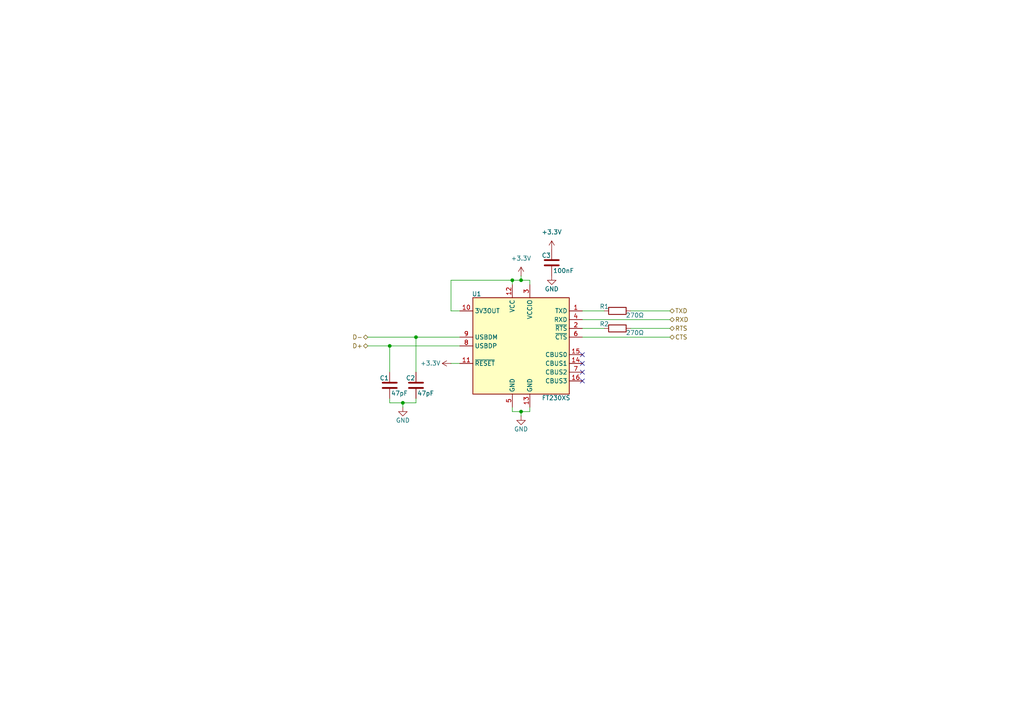
<source format=kicad_sch>
(kicad_sch (version 20231120) (generator "eeschema") (generator_version "8.0")
  (paper "A4")
  (lib_symbols
    (symbol "Device:C" (pin_numbers hide) (pin_names (offset 0.254))
      (property "Reference" "C" (at 0.635 2.54 0))
      (property "Value" "C" (at 0.635 -2.54 0))
      (symbol "C_0_1"
        (polyline (pts (xy -2.032 -0.762) (xy 2.032 -0.762)) (stroke (width 0.508)))
        (polyline (pts (xy -2.032 0.762) (xy 2.032 0.762)) (stroke (width 0.508)))
      )
      (symbol "C_1_1"
        (pin passive line (at 0 3.81 270) (length 2.794) (name "~") (number "1"))
        (pin passive line (at 0 -3.81 90) (length 2.794) (name "~") (number "2"))
      )
    )
    (symbol "Device:R" (pin_numbers hide) (pin_names (offset 0))
      (property "Reference" "R" (at 2.032 0 90))
      (property "Value" "R" (at 0 0 90))
      (symbol "R_0_1"
        (rectangle (start -1.016 -2.54) (end 1.016 2.54) (stroke (width 0.254)))
      )
      (symbol "R_1_1"
        (pin passive line (at 0 3.81 270) (length 1.27) (name "~") (number "1"))
        (pin passive line (at 0 -3.81 90) (length 1.27) (name "~") (number "2"))
      )
    )
    (symbol "Interface_USB:FT230XS"
      (property "Reference" "U" (at -13.97 15.24 0))
      (property "Value" "FT230XS" (at 7.62 15.24 0))
      (symbol "FT230XS_0_1"
        (rectangle (start -13.97 13.97) (end 13.97 -13.97) (stroke (width 0.254)) (fill (type background)))
      )
      (symbol "FT230XS_1_1"
        (pin output line (at 17.78 10.16 180) (length 3.81) (name "TXD") (number "1"))
        (pin power_out line (at -17.78 10.16 0) (length 3.81) (name "3V3OUT") (number "10"))
        (pin input line (at -17.78 -5.08 0) (length 3.81) (name "~{RESET}") (number "11"))
        (pin power_in line (at -2.54 17.78 270) (length 3.81) (name "VCC") (number "12"))
        (pin power_in line (at 2.54 -17.78 90) (length 3.81) (name "GND") (number "13"))
        (pin bidirectional line (at 17.78 -5.08 180) (length 3.81) (name "CBUS1") (number "14"))
        (pin bidirectional line (at 17.78 -2.54 180) (length 3.81) (name "CBUS0") (number "15"))
        (pin bidirectional line (at 17.78 -10.16 180) (length 3.81) (name "CBUS3") (number "16"))
        (pin output line (at 17.78 5.08 180) (length 3.81) (name "~{RTS}") (number "2"))
        (pin power_in line (at 2.54 17.78 270) (length 3.81) (name "VCCIO") (number "3"))
        (pin input line (at 17.78 7.62 180) (length 3.81) (name "RXD") (number "4"))
        (pin power_in line (at -2.54 -17.78 90) (length 3.81) (name "GND") (number "5"))
        (pin input line (at 17.78 2.54 180) (length 3.81) (name "~{CTS}") (number "6"))
        (pin bidirectional line (at 17.78 -7.62 180) (length 3.81) (name "CBUS2") (number "7"))
        (pin bidirectional line (at -17.78 0 0) (length 3.81) (name "USBDP") (number "8"))
        (pin bidirectional line (at -17.78 2.54 0) (length 3.81) (name "USBDM") (number "9"))
      )
    )
    (symbol "power:+3.3V" (power) (pin_numbers hide) (pin_names (offset 0) hide)
      (property "Value" "+3.3V" (at 0 3.556 0))
      (symbol "+3.3V_0_1"
        (polyline (pts (xy -0.762 1.27) (xy 0 2.54)))
        (polyline (pts (xy 0 0) (xy 0 2.54)))
        (polyline (pts (xy 0 2.54) (xy 0.762 1.27)))
      )
      (symbol "+3.3V_1_1"
        (pin power_in line (at 0 0 90) (length 0) (name "~") (number "1"))
      )
    )
    (symbol "power:GND" (power) (pin_numbers hide) (pin_names (offset 0) hide)
      (property "Value" "GND" (at 0 -3.81 0))
      (symbol "GND_0_1"
        (polyline (pts (xy 0 0) (xy 0 -1.27) (xy 1.27 -1.27) (xy 0 -2.54) (xy -1.27 -1.27) (xy 0 -1.27)))
      )
      (symbol "GND_1_1"
        (pin power_in line (at 0 0 270) (length 0) (name "~") (number "1"))
      )
    )
  )
  (junction (at 116.84 116.84))
  (junction (at 151.13 119.38))
  (junction (at 151.13 81.28))
  (junction (at 120.65 97.79))
  (junction (at 148.59 81.28))
  (junction (at 113.03 100.33))
  (no_connect (at 168.91 107.95))
  (no_connect (at 168.91 102.87))
  (no_connect (at 168.91 105.41))
  (no_connect (at 168.91 110.49))
  (wire (pts (xy 130.81 81.28) (xy 130.81 90.17)))
  (wire (pts (xy 120.65 97.79) (xy 133.35 97.79)))
  (wire (pts (xy 182.88 90.17) (xy 194.31 90.17)))
  (wire (pts (xy 182.88 95.25) (xy 194.31 95.25)))
  (wire (pts (xy 106.68 97.79) (xy 120.65 97.79)))
  (wire (pts (xy 120.65 116.84) (xy 120.65 115.57)))
  (wire (pts (xy 168.91 92.71) (xy 194.31 92.71)))
  (wire (pts (xy 130.81 105.41) (xy 133.35 105.41)))
  (wire (pts (xy 148.59 81.28) (xy 151.13 81.28)))
  (wire (pts (xy 148.59 119.38) (xy 151.13 119.38)))
  (wire (pts (xy 113.03 116.84) (xy 113.03 115.57)))
  (wire (pts (xy 168.91 95.25) (xy 175.26 95.25)))
  (wire (pts (xy 151.13 119.38) (xy 151.13 120.65)))
  (wire (pts (xy 148.59 81.28) (xy 148.59 82.55)))
  (wire (pts (xy 153.67 81.28) (xy 153.67 82.55)))
  (wire (pts (xy 151.13 81.28) (xy 153.67 81.28)))
  (wire (pts (xy 116.84 116.84) (xy 120.65 116.84)))
  (wire (pts (xy 130.81 81.28) (xy 148.59 81.28)))
  (wire (pts (xy 113.03 100.33) (xy 133.35 100.33)))
  (wire (pts (xy 153.67 118.11) (xy 153.67 119.38)))
  (wire (pts (xy 151.13 80.01) (xy 151.13 81.28)))
  (wire (pts (xy 113.03 100.33) (xy 113.03 107.95)))
  (wire (pts (xy 113.03 116.84) (xy 116.84 116.84)))
  (wire (pts (xy 148.59 118.11) (xy 148.59 119.38)))
  (wire (pts (xy 120.65 97.79) (xy 120.65 107.95)))
  (wire (pts (xy 130.81 90.17) (xy 133.35 90.17)))
  (wire (pts (xy 168.91 97.79) (xy 194.31 97.79)))
  (wire (pts (xy 168.91 90.17) (xy 175.26 90.17)))
  (wire (pts (xy 151.13 119.38) (xy 153.67 119.38)))
  (wire (pts (xy 116.84 116.84) (xy 116.84 118.11)))
  (wire (pts (xy 106.68 100.33) (xy 113.03 100.33)))
  (hierarchical_label "D+" (shape bidirectional) (at 106.68 100.33 180))
  (hierarchical_label "RTS" (shape bidirectional) (at 194.31 95.25 0))
  (hierarchical_label "D-" (shape bidirectional) (at 106.68 97.79 180))
  (hierarchical_label "CTS" (shape bidirectional) (at 194.31 97.79 0))
  (hierarchical_label "RXD" (shape bidirectional) (at 194.31 92.71 0))
  (hierarchical_label "TXD" (shape bidirectional) (at 194.31 90.17 0))
  (symbol (lib_id "power:+3.3V") (at 151.13 80.01 0) (unit 1)
    (property "Reference" "#PWR03" (effects (hide yes)))
    (property "Value" "+3.3V" (at 151.13 74.93 0))
    (property "Description" "Power symbol creates a global label with name \"+3.3V\"" (effects (hide yes)))
  )
  (symbol (lib_id "Interface_USB:FT230XS") (at 151.13 100.33 0) (unit 1)
    (property "Reference" "U1" (at 136.8592 85.2554 0) (effects (justify left)))
    (property "Value" "FT230XS" (at 157.1356 115.409 0) (effects (justify left)))
    (property "Footprint" "Package_SO:SSOP-16_3.9x4.9mm_P0.635mm" (effects (hide yes)))
    (property "Datasheet" "https://www.ftdichip.com/Support/Documents/DataSheets/ICs/DS_FT230X.pdf" (effects (hide yes)))
    (property "Description" "Full Speed USB to Basic UART, SSOP-16" (effects (hide yes)))
  )
  (symbol (lib_id "power:+3.3V") (at 130.81 105.41 90) (unit 1)
    (property "Reference" "#PWR02" (effects (hide yes)))
    (property "Value" "+3.3V" (at 127.7919 105.3582 90) (effects (justify left)))
    (property "Description" "Power symbol creates a global label with name \"+3.3V\"" (effects (hide yes)))
  )
  (symbol (lib_id "Device:C") (at 160.02 76.2 0) (unit 1)
    (property "Reference" "C3" (at 157.094 74.0848 0) (effects (justify left)))
    (property "Value" "100nF" (at 160.3894 78.5223 0) (effects (justify left)))
    (property "Footprint" "Capacitor_SMD:C_0402_1005Metric" (effects (hide yes)))
    (property "Description" "Unpolarized capacitor" (effects (hide yes)))
  )
  (symbol (lib_id "Device:C") (at 113.03 111.76 0) (unit 1)
    (property "Reference" "C1" (at 110.104 109.6448 0) (effects (justify left)))
    (property "Value" "47pF" (at 113.3994 114.0823 0) (effects (justify left)))
    (property "Footprint" "Capacitor_SMD:C_0402_1005Metric" (effects (hide yes)))
    (property "Description" "Unpolarized capacitor" (effects (hide yes)))
  )
  (symbol (lib_id "power:+3.3V") (at 160.02 72.39 0) (unit 1)
    (property "Reference" "#PWR05" (effects (hide yes)))
    (property "Value" "+3.3V" (at 160.02 67.31 0))
    (property "Description" "Power symbol creates a global label with name \"+3.3V\"" (effects (hide yes)))
  )
  (symbol (lib_id "power:GND") (at 151.13 120.65 0) (unit 1)
    (property "Reference" "#PWR04" (effects (hide yes)))
    (property "Value" "GND" (at 151.13 124.46 0))
    (property "Description" "Power symbol creates a global label with name \"GND\" , ground" (effects (hide yes)))
  )
  (symbol (lib_id "Device:C") (at 120.65 111.76 0) (unit 1)
    (property "Reference" "C2" (at 117.724 109.6448 0) (effects (justify left)))
    (property "Value" "47pF" (at 121.0194 114.0823 0) (effects (justify left)))
    (property "Footprint" "Capacitor_SMD:C_0402_1005Metric" (effects (hide yes)))
    (property "Description" "Unpolarized capacitor" (effects (hide yes)))
  )
  (symbol (lib_id "power:GND") (at 116.84 118.11 0) (unit 1)
    (property "Reference" "#PWR01" (effects (hide yes)))
    (property "Value" "GND" (at 116.84 121.92 0))
    (property "Description" "Power symbol creates a global label with name \"GND\" , ground" (effects (hide yes)))
  )
  (symbol (lib_id "power:GND") (at 160.02 80.01 0) (unit 1)
    (property "Reference" "#PWR06" (effects (hide yes)))
    (property "Value" "GND" (at 160.02 83.82 0))
    (property "Description" "Power symbol creates a global label with name \"GND\" , ground" (effects (hide yes)))
  )
  (symbol (lib_id "Device:R") (at 179.07 95.25 90) (unit 1)
    (property "Reference" "R2" (at 175.26 93.98 90))
    (property "Value" "270Ω" (at 184.15 96.52 90))
    (property "Footprint" "Resistor_SMD:R_0402_1005Metric" (effects (hide yes)))
    (property "Description" "Resistor" (effects (hide yes)))
  )
  (symbol (lib_id "Device:R") (at 179.07 90.17 90) (unit 1)
    (property "Reference" "R1" (at 175.26 88.9 90))
    (property "Value" "270Ω" (at 184.15 91.44 90))
    (property "Footprint" "Resistor_SMD:R_0402_1005Metric" (effects (hide yes)))
    (property "Description" "Resistor" (effects (hide yes)))
  )
)
</source>
